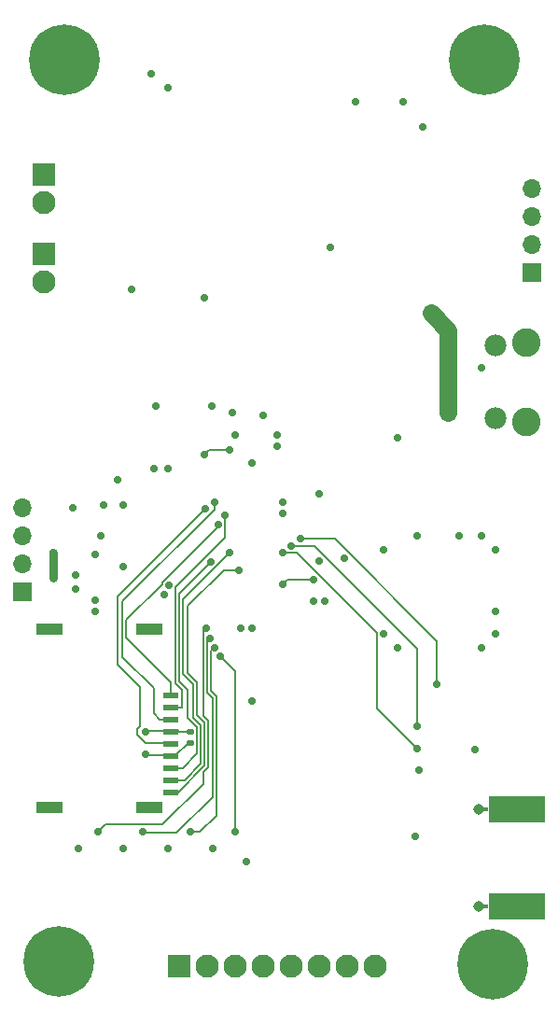
<source format=gbr>
%TF.GenerationSoftware,KiCad,Pcbnew,6.0.11-2627ca5db0~126~ubuntu22.04.1*%
%TF.CreationDate,2023-03-24T18:23:20-04:00*%
%TF.ProjectId,Io,496f2e6b-6963-4616-945f-706362585858,rev?*%
%TF.SameCoordinates,Original*%
%TF.FileFunction,Copper,L4,Bot*%
%TF.FilePolarity,Positive*%
%FSLAX46Y46*%
G04 Gerber Fmt 4.6, Leading zero omitted, Abs format (unit mm)*
G04 Created by KiCad (PCBNEW 6.0.11-2627ca5db0~126~ubuntu22.04.1) date 2023-03-24 18:23:20*
%MOMM*%
%LPD*%
G01*
G04 APERTURE LIST*
G04 Aperture macros list*
%AMRoundRect*
0 Rectangle with rounded corners*
0 $1 Rounding radius*
0 $2 $3 $4 $5 $6 $7 $8 $9 X,Y pos of 4 corners*
0 Add a 4 corners polygon primitive as box body*
4,1,4,$2,$3,$4,$5,$6,$7,$8,$9,$2,$3,0*
0 Add four circle primitives for the rounded corners*
1,1,$1+$1,$2,$3*
1,1,$1+$1,$4,$5*
1,1,$1+$1,$6,$7*
1,1,$1+$1,$8,$9*
0 Add four rect primitives between the rounded corners*
20,1,$1+$1,$2,$3,$4,$5,0*
20,1,$1+$1,$4,$5,$6,$7,0*
20,1,$1+$1,$6,$7,$8,$9,0*
20,1,$1+$1,$8,$9,$2,$3,0*%
G04 Aperture macros list end*
%TA.AperFunction,ComponentPad*%
%ADD10C,6.400000*%
%TD*%
%TA.AperFunction,ComponentPad*%
%ADD11C,2.100000*%
%TD*%
%TA.AperFunction,ComponentPad*%
%ADD12R,2.100000X2.100000*%
%TD*%
%TA.AperFunction,ComponentPad*%
%ADD13R,1.700000X1.700000*%
%TD*%
%TA.AperFunction,ComponentPad*%
%ADD14O,1.700000X1.700000*%
%TD*%
%TA.AperFunction,ComponentPad*%
%ADD15C,2.586000*%
%TD*%
%TA.AperFunction,ComponentPad*%
%ADD16C,1.969000*%
%TD*%
%TA.AperFunction,SMDPad,CuDef*%
%ADD17R,0.950000X0.460000*%
%TD*%
%TA.AperFunction,SMDPad,CuDef*%
%ADD18R,5.080000X2.420000*%
%TD*%
%TA.AperFunction,ComponentPad*%
%ADD19C,0.970000*%
%TD*%
%TA.AperFunction,SMDPad,CuDef*%
%ADD20RoundRect,0.140000X-0.170000X0.140000X-0.170000X-0.140000X0.170000X-0.140000X0.170000X0.140000X0*%
%TD*%
%TA.AperFunction,SMDPad,CuDef*%
%ADD21R,1.400000X0.620000*%
%TD*%
%TA.AperFunction,SMDPad,CuDef*%
%ADD22R,2.400000X1.100000*%
%TD*%
%TA.AperFunction,ViaPad*%
%ADD23C,0.700000*%
%TD*%
%TA.AperFunction,Conductor*%
%ADD24C,0.150000*%
%TD*%
%TA.AperFunction,Conductor*%
%ADD25C,0.800000*%
%TD*%
%TA.AperFunction,Conductor*%
%ADD26C,1.600000*%
%TD*%
G04 APERTURE END LIST*
D10*
%TO.P,H3,1*%
%TO.N,GND*%
X172212000Y-146812000D03*
%TD*%
%TO.P,H4,1*%
%TO.N,GND*%
X132842000Y-146558000D03*
%TD*%
%TO.P,H1,1*%
%TO.N,GND*%
X133350000Y-64770000D03*
%TD*%
%TO.P,H2,1*%
%TO.N,GND*%
X171450000Y-64770000D03*
%TD*%
D11*
%TO.P,J2,8,Pin_8*%
%TO.N,ARM*%
X161544000Y-146963500D03*
%TO.P,J2,7,Pin_7*%
%TO.N,PYRO4_SW*%
X159004000Y-146963500D03*
%TO.P,J2,6,Pin_6*%
%TO.N,ARM*%
X156464000Y-146963500D03*
%TO.P,J2,5,Pin_5*%
%TO.N,PYRO3_SW*%
X153924000Y-146963500D03*
%TO.P,J2,4,Pin_4*%
%TO.N,ARM*%
X151384000Y-146963500D03*
%TO.P,J2,3,Pin_3*%
%TO.N,PYRO2_SW*%
X148844000Y-146963500D03*
%TO.P,J2,2,Pin_2*%
%TO.N,ARM*%
X146304000Y-146963500D03*
D12*
%TO.P,J2,1,Pin_1*%
%TO.N,PYRO1_SW*%
X143764000Y-146963500D03*
%TD*%
D13*
%TO.P,J1,1,Pin_1*%
%TO.N,+3.3V*%
X129540000Y-113020000D03*
D14*
%TO.P,J1,2,Pin_2*%
%TO.N,I2C3_SDA*%
X129540000Y-110480000D03*
%TO.P,J1,3,Pin_3*%
%TO.N,I2C3_SCL*%
X129540000Y-107940000D03*
%TO.P,J1,4,Pin_4*%
%TO.N,GND*%
X129540000Y-105400000D03*
%TD*%
D13*
%TO.P,J3,1,Pin_1*%
%TO.N,+3.3V*%
X175768000Y-84074000D03*
D14*
%TO.P,J3,2,Pin_2*%
%TO.N,SWDIO*%
X175768000Y-81534000D03*
%TO.P,J3,3,Pin_3*%
%TO.N,SWCLK*%
X175768000Y-78994000D03*
%TO.P,J3,4,Pin_4*%
%TO.N,GND*%
X175768000Y-76454000D03*
%TD*%
D12*
%TO.P,J5,1,Pin_1*%
%TO.N,ARM*%
X131445000Y-75184000D03*
D11*
%TO.P,J5,2,Pin_2*%
%TO.N,BATT*%
X131445000Y-77724000D03*
%TD*%
D12*
%TO.P,J4,1,Pin_1*%
%TO.N,BATT*%
X131445000Y-82380000D03*
D11*
%TO.P,J4,2,Pin_2*%
%TO.N,GND*%
X131445000Y-84920000D03*
%TD*%
D15*
%TO.P,J7,MH1*%
%TO.N,N/C*%
X175260000Y-97610000D03*
%TO.P,J7,MH2*%
X175260000Y-90410000D03*
D16*
%TO.P,J7,MH3*%
X172460000Y-97310000D03*
%TO.P,J7,MH4*%
X172460000Y-90710000D03*
%TD*%
D17*
%TO.P,J8,2,Ext*%
%TO.N,GND*%
X171375000Y-141540000D03*
D18*
X174365000Y-141540000D03*
D19*
X170925000Y-141540000D03*
D17*
X171375000Y-132780000D03*
D18*
X174365000Y-132780000D03*
D19*
X170925000Y-132780000D03*
%TD*%
D20*
%TO.P,C19,1*%
%TO.N,+3.3V*%
X144764000Y-125758000D03*
%TO.P,C19,2*%
%TO.N,GND*%
X144764000Y-126718000D03*
%TD*%
D21*
%TO.P,J6,1,DAT2*%
%TO.N,SDMMC_D2*%
X142992000Y-122388000D03*
%TO.P,J6,2,DAT3/CD*%
%TO.N,SDMMC_D3*%
X142992000Y-123488000D03*
%TO.P,J6,3,CMD*%
%TO.N,SDMMC_CMD*%
X142992000Y-124588000D03*
%TO.P,J6,4,VDD*%
%TO.N,+3.3V*%
X142992000Y-125688000D03*
%TO.P,J6,5,CLK*%
%TO.N,SDMMC_CLK*%
X142992000Y-126788000D03*
%TO.P,J6,6,VSS*%
%TO.N,GND*%
X142992000Y-127888000D03*
%TO.P,J6,7,DAT0*%
%TO.N,SDMMC_D0*%
X142992000Y-128988000D03*
%TO.P,J6,8,DAT1*%
%TO.N,SDMMC_D1*%
X142992000Y-130088000D03*
%TO.P,J6,9,DET_B*%
%TO.N,SDMMC_DET*%
X142992000Y-131188000D03*
D22*
%TO.P,J6,SH1*%
%TO.N,N/C*%
X131992000Y-132568000D03*
%TO.P,J6,SH2*%
X140992000Y-132568000D03*
%TO.P,J6,SH3*%
X140992000Y-116418000D03*
%TO.P,J6,SH4*%
X131992000Y-116418000D03*
%TD*%
D23*
%TO.N,ARM*%
X132334000Y-111760000D03*
X132334000Y-109474000D03*
%TO.N,GND*%
X148590000Y-96774000D03*
X162306000Y-109220000D03*
X156468000Y-110216000D03*
X134112000Y-105410000D03*
X141224000Y-66040000D03*
X171196000Y-107950000D03*
X140716000Y-127762000D03*
X136144000Y-114808000D03*
X165147000Y-135175000D03*
X146812000Y-136295500D03*
X162306000Y-116840000D03*
X165354000Y-107950000D03*
X149835000Y-137454750D03*
X136144000Y-109630500D03*
X158750000Y-109982000D03*
X138684000Y-136295500D03*
X142748000Y-136295500D03*
X163576000Y-118110000D03*
X171196000Y-92710000D03*
X172466000Y-116840000D03*
X149352000Y-116332000D03*
X164084000Y-68580000D03*
X142421500Y-113284000D03*
X152654000Y-98806000D03*
X134366000Y-111506000D03*
X163576000Y-99060000D03*
X157480000Y-81788000D03*
X134366000Y-112776000D03*
X142748000Y-101854000D03*
X155960000Y-113899000D03*
X139446000Y-85598000D03*
X172466000Y-109220000D03*
X153162000Y-105918000D03*
X136647496Y-107916732D03*
X138176000Y-102870000D03*
X150368000Y-101346000D03*
X138697875Y-110747301D03*
X146050000Y-86360000D03*
X134620000Y-136295500D03*
X142748000Y-67310000D03*
X170544000Y-127364000D03*
X136906000Y-105156000D03*
X146685000Y-96139000D03*
X159766000Y-68580000D03*
X150368000Y-122936000D03*
X171196000Y-118110000D03*
%TO.N,+3.3V*%
X138684000Y-105156000D03*
X141478000Y-101854000D03*
X148844000Y-98806000D03*
X169164000Y-107950000D03*
X136144000Y-113792000D03*
X140716000Y-125730000D03*
X141605000Y-96139000D03*
X150368000Y-116332000D03*
X172466000Y-114808000D03*
X142803910Y-112469834D03*
X153162000Y-104902000D03*
X156464000Y-104140000D03*
X152654000Y-99822000D03*
X151384000Y-97028000D03*
X165497000Y-129175000D03*
X165862000Y-70866000D03*
X156976000Y-113899000D03*
%TO.N,VBUS*%
X166562595Y-87691405D03*
X168148000Y-96774000D03*
%TO.N,SPI2_SCK*%
X153162000Y-112340500D03*
X155960000Y-111941998D03*
%TO.N,PYRO1*%
X146170500Y-116332000D03*
X136398000Y-134750500D03*
%TO.N,PYRO2*%
X140462000Y-134771500D03*
X146537500Y-117218007D03*
%TO.N,PYRO3*%
X146921500Y-118065858D03*
X144780000Y-134771500D03*
%TO.N,PYRO4*%
X148844000Y-134771500D03*
X147457500Y-118872000D03*
%TO.N,SDMMC_DET*%
X149142196Y-111060067D03*
%TO.N,SDMMC_D0*%
X146624411Y-110302411D03*
%TO.N,SDMMC_D1*%
X148336000Y-109474000D03*
%TO.N,RF_DIO0*%
X153162000Y-109474000D03*
X165354000Y-127254000D03*
%TO.N,RF_DIO1*%
X165354000Y-125222000D03*
X153924000Y-108849500D03*
%TO.N,RF_DIO5*%
X154724081Y-108225000D03*
X167132000Y-121412000D03*
%TO.N,SDMMC_D2*%
X147297000Y-106934000D03*
%TO.N,SDMMC_D3*%
X147921500Y-106047401D03*
%TO.N,SDMMC_CLK*%
X146116411Y-105476411D03*
%TO.N,SDMMC_CMD*%
X146921500Y-104882000D03*
%TO.N,I2C1_SDA*%
X146050000Y-100584000D03*
X148336000Y-100192500D03*
%TD*%
D24*
%TO.N,PYRO1*%
X146170500Y-116332000D02*
X145912500Y-116590000D01*
X145909974Y-130442026D02*
X142240000Y-134112000D01*
X145912500Y-116590000D02*
X145912500Y-124261052D01*
X145912500Y-124261052D02*
X146400000Y-124748552D01*
X146400000Y-124748552D02*
X146400000Y-128909948D01*
X146400000Y-128909948D02*
X145909974Y-129399974D01*
X145909974Y-129399974D02*
X145909974Y-130442026D01*
X142240000Y-134112000D02*
X137036500Y-134112000D01*
X137036500Y-134112000D02*
X136398000Y-134750500D01*
%TO.N,PYRO2*%
X146537500Y-117218007D02*
X146296500Y-117459007D01*
X146296500Y-117459007D02*
X146296500Y-122166500D01*
X146296500Y-122166500D02*
X146763026Y-122633026D01*
X146763026Y-122633026D02*
X146763026Y-131620974D01*
X146763026Y-131620974D02*
X143510000Y-134874000D01*
X143510000Y-134874000D02*
X140564500Y-134874000D01*
X140564500Y-134874000D02*
X140462000Y-134771500D01*
%TO.N,PYRO3*%
X147113026Y-133302974D02*
X145644500Y-134771500D01*
X145644500Y-134771500D02*
X144780000Y-134771500D01*
%TO.N,PYRO4*%
X148844000Y-120258500D02*
X148844000Y-134771500D01*
%TO.N,SDMMC_CLK*%
X139954000Y-125476000D02*
X139954000Y-125984000D01*
X138176000Y-119634000D02*
X140208000Y-121666000D01*
X140208000Y-121666000D02*
X140208000Y-125222000D01*
X140208000Y-125222000D02*
X139954000Y-125476000D01*
X140725000Y-126755000D02*
X142430500Y-126755000D01*
X146116411Y-105476411D02*
X138176000Y-113416822D01*
X138176000Y-113416822D02*
X138176000Y-119634000D01*
X139954000Y-125984000D02*
X140725000Y-126755000D01*
D25*
%TO.N,ARM*%
X132334000Y-111760000D02*
X132334000Y-109474000D01*
D24*
%TO.N,GND*%
X143417000Y-127855000D02*
X144554000Y-126718000D01*
X140716000Y-127762000D02*
X140809000Y-127855000D01*
X140809000Y-127855000D02*
X143417000Y-127855000D01*
X144554000Y-126718000D02*
X144764000Y-126718000D01*
%TO.N,+3.3V*%
X140791000Y-125655000D02*
X143661000Y-125655000D01*
X143764000Y-125758000D02*
X144764000Y-125758000D01*
X140716000Y-125730000D02*
X140791000Y-125655000D01*
X143661000Y-125655000D02*
X143764000Y-125758000D01*
D26*
%TO.N,VBUS*%
X168148000Y-89276810D02*
X168148000Y-96774000D01*
X166562595Y-87691405D02*
X168148000Y-89276810D01*
D24*
%TO.N,SPI2_SCK*%
X153162000Y-112340500D02*
X153540502Y-111961998D01*
X155940000Y-111961998D02*
X155960000Y-111941998D01*
X153540502Y-111961998D02*
X155940000Y-111961998D01*
%TO.N,PYRO3*%
X147113026Y-122488051D02*
X147113026Y-133302974D01*
X146921500Y-118065858D02*
X146654000Y-118333358D01*
X146654000Y-118333358D02*
X146654000Y-122029026D01*
X146654000Y-122029026D02*
X147113026Y-122488051D01*
%TO.N,PYRO4*%
X147457500Y-118872000D02*
X148844000Y-120258500D01*
%TO.N,SDMMC_DET*%
X146050000Y-124893526D02*
X145384000Y-124227526D01*
X147765933Y-111060067D02*
X149142196Y-111060067D01*
X145384000Y-124227526D02*
X145384000Y-121254000D01*
X143626974Y-131188000D02*
X146050000Y-128764974D01*
X144526000Y-114300000D02*
X147765933Y-111060067D01*
X145384000Y-121254000D02*
X144526000Y-120396000D01*
X142992000Y-131188000D02*
X143626974Y-131188000D01*
X146050000Y-128764974D02*
X146050000Y-124893526D01*
X144526000Y-120396000D02*
X144526000Y-114300000D01*
%TO.N,SDMMC_D0*%
X143755500Y-114037500D02*
X143764000Y-114046000D01*
X146624411Y-110302411D02*
X143755500Y-113171322D01*
X143764000Y-121158000D02*
X143764000Y-114046000D01*
X144062000Y-128988000D02*
X142992000Y-128988000D01*
X145349000Y-125283000D02*
X145349000Y-127701000D01*
X144526000Y-121920000D02*
X143764000Y-121158000D01*
X145349000Y-125283000D02*
X144526000Y-124460000D01*
X143755500Y-113171322D02*
X143755500Y-114037500D01*
X144526000Y-124460000D02*
X144526000Y-121920000D01*
X145349000Y-127701000D02*
X144062000Y-128988000D01*
%TO.N,SDMMC_D1*%
X145699000Y-125125000D02*
X145699000Y-128621000D01*
X144232000Y-130088000D02*
X142992000Y-130088000D01*
X145699000Y-128621000D02*
X144232000Y-130088000D01*
X145034000Y-121412000D02*
X144114000Y-120492000D01*
X145699000Y-125125000D02*
X145034000Y-124460000D01*
X144114000Y-113696000D02*
X148336000Y-109474000D01*
X145034000Y-124460000D02*
X145034000Y-121412000D01*
X144114000Y-120492000D02*
X144114000Y-113696000D01*
%TO.N,RF_DIO0*%
X153162000Y-109474000D02*
X154375886Y-109474000D01*
X161681000Y-116779114D02*
X161681000Y-123581000D01*
X154375886Y-109474000D02*
X161681000Y-116779114D01*
X161681000Y-123581000D02*
X165354000Y-127254000D01*
%TO.N,RF_DIO1*%
X155985384Y-108849500D02*
X165354000Y-118218116D01*
X165354000Y-118218116D02*
X165354000Y-125222000D01*
X153924000Y-108849500D02*
X155985384Y-108849500D01*
%TO.N,RF_DIO5*%
X157876884Y-108225000D02*
X167132000Y-117480116D01*
X167132000Y-117480116D02*
X167132000Y-121412000D01*
X154724081Y-108225000D02*
X157876884Y-108225000D01*
%TO.N,SDMMC_D2*%
X138955500Y-117210000D02*
X138955500Y-115560000D01*
X142992000Y-121246500D02*
X138955500Y-117210000D01*
X142992000Y-122388000D02*
X142992000Y-121246500D01*
X142178910Y-112336590D02*
X142178910Y-112210950D01*
X147297000Y-107092860D02*
X147297000Y-106934000D01*
X142178910Y-112210950D02*
X147297000Y-107092860D01*
X138955500Y-115560000D02*
X142178910Y-112336590D01*
%TO.N,SDMMC_D3*%
X144018000Y-121920000D02*
X144018000Y-123444000D01*
X144018000Y-123444000D02*
X143974000Y-123488000D01*
X147921500Y-106047401D02*
X147921500Y-108121438D01*
X143405500Y-121307500D02*
X144018000Y-121920000D01*
X147921500Y-108121438D02*
X143405500Y-112637438D01*
X143405500Y-112637438D02*
X143405500Y-121307500D01*
X143974000Y-123488000D02*
X142992000Y-123488000D01*
%TO.N,SDMMC_CMD*%
X138605500Y-113870500D02*
X138605500Y-118920000D01*
X146921500Y-105554500D02*
X138605500Y-113870500D01*
X138605500Y-118920000D02*
X141455500Y-121770000D01*
X141455500Y-124040000D02*
X142003500Y-124588000D01*
X141455500Y-121770000D02*
X141455500Y-124040000D01*
X142003500Y-124588000D02*
X142992000Y-124588000D01*
X146921500Y-104882000D02*
X146921500Y-105554500D01*
%TO.N,I2C1_SDA*%
X146441500Y-100192500D02*
X146050000Y-100584000D01*
X148336000Y-100192500D02*
X146441500Y-100192500D01*
%TD*%
M02*

</source>
